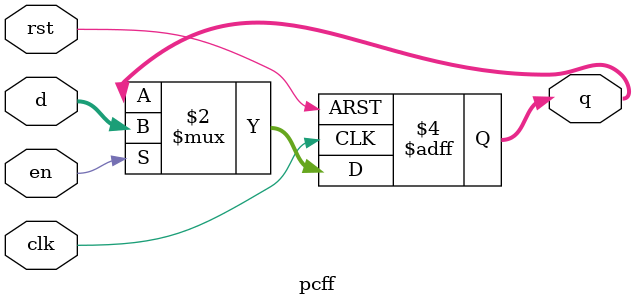
<source format=v>
`timescale 1ns / 1ps


module pcff #(parameter WIDTH = 8)(
	input wire clk,rst,en,
	input wire[WIDTH-1:0] d,
	output reg[WIDTH-1:0] q
    );
	always @(posedge clk,posedge rst) begin
		if(rst) begin
			q <= 0;
		end else if(en) begin
			q <= d;
		end
	end
endmodule

</source>
